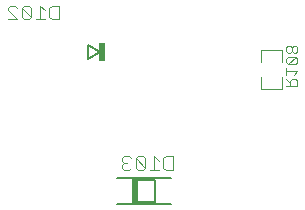
<source format=gbl>
G75*
G70*
%OFA0B0*%
%FSLAX24Y24*%
%IPPOS*%
%LPD*%
%AMOC8*
5,1,8,0,0,1.08239X$1,22.5*
%
%ADD10C,0.0060*%
%ADD11R,0.0197X0.0866*%
%ADD12C,0.0040*%
%ADD13R,0.0240X0.0620*%
%ADD14C,0.0080*%
%ADD15C,0.0030*%
D10*
X004681Y002763D02*
X006492Y002763D01*
X005941Y002842D02*
X005941Y003551D01*
X005232Y003551D01*
X005232Y002842D01*
X005941Y002842D01*
X006492Y003630D02*
X004681Y003630D01*
D11*
X005291Y003197D03*
D12*
X005382Y003904D02*
X005536Y003904D01*
X005612Y003981D01*
X005305Y004288D01*
X005305Y003981D01*
X005382Y003904D01*
X005152Y003981D02*
X005075Y003904D01*
X004922Y003904D01*
X004845Y003981D01*
X004845Y004057D01*
X004922Y004134D01*
X004998Y004134D01*
X004922Y004134D02*
X004845Y004211D01*
X004845Y004288D01*
X004922Y004364D01*
X005075Y004364D01*
X005152Y004288D01*
X005305Y004288D02*
X005382Y004364D01*
X005536Y004364D01*
X005612Y004288D01*
X005612Y003981D01*
X005766Y003904D02*
X006073Y003904D01*
X005919Y003904D02*
X005919Y004364D01*
X006073Y004211D01*
X006226Y004288D02*
X006303Y004364D01*
X006533Y004364D01*
X006533Y003904D01*
X006303Y003904D01*
X006226Y003981D01*
X006226Y004288D01*
X002729Y008917D02*
X002499Y008917D01*
X002422Y008993D01*
X002422Y009300D01*
X002499Y009377D01*
X002729Y009377D01*
X002729Y008917D01*
X002269Y008917D02*
X001962Y008917D01*
X002115Y008917D02*
X002115Y009377D01*
X002269Y009223D01*
X001808Y009300D02*
X001732Y009377D01*
X001578Y009377D01*
X001501Y009300D01*
X001808Y008993D01*
X001732Y008917D01*
X001578Y008917D01*
X001501Y008993D01*
X001501Y009300D01*
X001348Y009300D02*
X001271Y009377D01*
X001118Y009377D01*
X001041Y009300D01*
X001041Y009223D01*
X001348Y008917D01*
X001041Y008917D01*
X001808Y008993D02*
X001808Y009300D01*
D13*
X004181Y007822D03*
D14*
X004108Y007822D02*
X003715Y007585D01*
X003715Y008058D01*
X004108Y007822D01*
D15*
X009493Y007915D02*
X009493Y007509D01*
X009493Y007915D02*
X010180Y007915D01*
X010180Y007509D01*
X010321Y007491D02*
X010383Y007429D01*
X010629Y007676D01*
X010383Y007676D01*
X010321Y007615D01*
X010321Y007491D01*
X010383Y007429D02*
X010629Y007429D01*
X010691Y007491D01*
X010691Y007615D01*
X010629Y007676D01*
X010629Y007798D02*
X010568Y007798D01*
X010506Y007859D01*
X010506Y007983D01*
X010444Y008045D01*
X010383Y008045D01*
X010321Y007983D01*
X010321Y007859D01*
X010383Y007798D01*
X010444Y007798D01*
X010506Y007859D01*
X010506Y007983D02*
X010568Y008045D01*
X010629Y008045D01*
X010691Y007983D01*
X010691Y007859D01*
X010629Y007798D01*
X010321Y007308D02*
X010321Y007061D01*
X010321Y006940D02*
X010444Y006816D01*
X010444Y006878D02*
X010444Y006693D01*
X010321Y006693D02*
X010691Y006693D01*
X010691Y006878D01*
X010629Y006940D01*
X010506Y006940D01*
X010444Y006878D01*
X010568Y007061D02*
X010691Y007185D01*
X010321Y007185D01*
X010180Y007009D02*
X010180Y006603D01*
X009493Y006603D01*
X009493Y007009D01*
M02*

</source>
